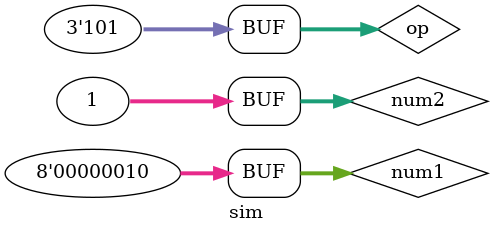
<source format=v>
`timescale 1ns / 1ps


module sim();
    reg[7:0] num1;
    wire[31:0] num2 = 32'h01;
    reg[2:0] op;
    wire[31:0] result;
    alu test(num1,op,result);
    initial begin
    #10 num1 = 8'h2;
        op = 3'b000;
    #10 op = 3'b001;
    #10 op = 3'b010;
    #10 op = 3'b011;
    #10 op = 3'b100;
    #10 op = 3'b101;
    end
endmodule

</source>
